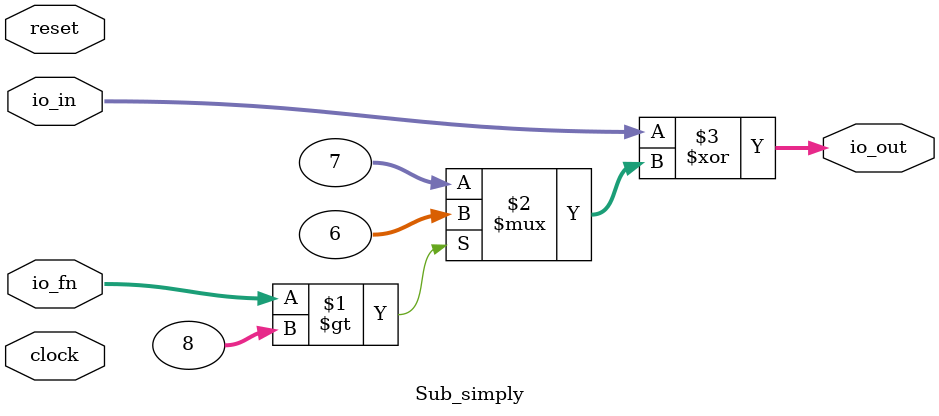
<source format=v>
module Sub_simply(
  input         clock,
  input         reset,
  input  [31:0] io_fn,
  input  [31:0] io_in,
  output [31:0] io_out
);
  assign io_out = io_in ^ (io_fn > 32'h8 ? 32'h6 : 32'h7); // @[]
endmodule

</source>
